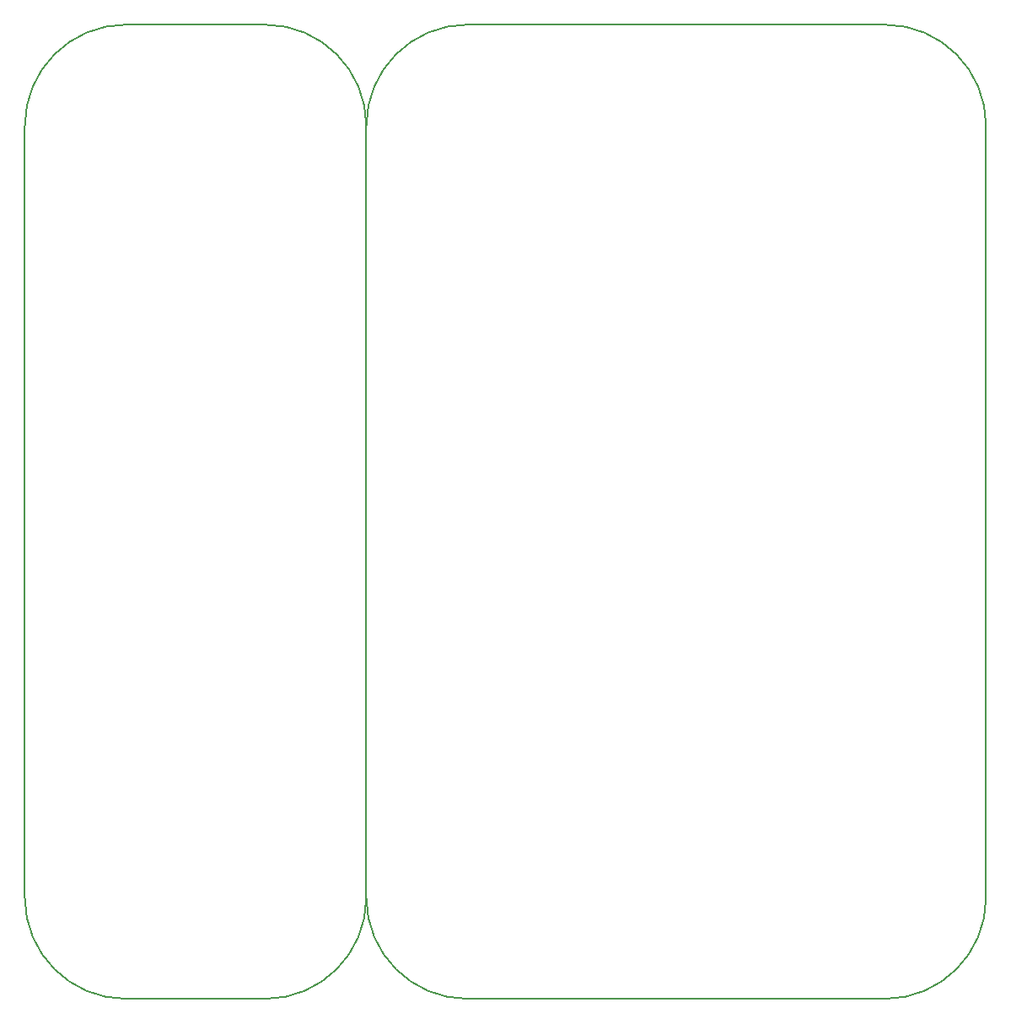
<source format=gbr>
G04 #@! TF.GenerationSoftware,KiCad,Pcbnew,5.0.1*
G04 #@! TF.CreationDate,2019-03-06T14:15:35+01:00*
G04 #@! TF.ProjectId,workshop,776F726B73686F702E6B696361645F70,rev?*
G04 #@! TF.SameCoordinates,Original*
G04 #@! TF.FileFunction,Profile,NP*
%FSLAX46Y46*%
G04 Gerber Fmt 4.6, Leading zero omitted, Abs format (unit mm)*
G04 Created by KiCad (PCBNEW 5.0.1) date Mi 06 Mär 2019 14:15:35 CET*
%MOMM*%
%LPD*%
G01*
G04 APERTURE LIST*
%ADD10C,0.200000*%
%ADD11C,0.150000*%
G04 APERTURE END LIST*
D10*
X170180000Y-166370000D02*
X170180000Y-88900000D01*
D11*
X170180000Y-88900000D02*
X170180000Y-166370000D01*
X160020000Y-78740000D02*
X146050000Y-78740000D01*
X160020000Y-78740000D02*
G75*
G02X170180000Y-88900000I0J-10160000D01*
G01*
X180340000Y-176530000D02*
X222250000Y-176530000D01*
X170180000Y-166370000D02*
G75*
G02X160020000Y-176530000I-10160000J0D01*
G01*
X180340000Y-176530000D02*
G75*
G02X170180000Y-166370000I0J10160000D01*
G01*
X170180000Y-88900000D02*
G75*
G02X180340000Y-78740000I10160000J0D01*
G01*
X232410000Y-166370000D02*
G75*
G02X222250000Y-176530000I-10160000J0D01*
G01*
X146050000Y-176530000D02*
G75*
G02X135890000Y-166370000I0J10160000D01*
G01*
X222250000Y-78740000D02*
G75*
G02X232410000Y-88900000I0J-10160000D01*
G01*
X135890000Y-88900000D02*
G75*
G02X146050000Y-78740000I10160000J0D01*
G01*
X135890000Y-166370000D02*
X135890000Y-88900000D01*
X160020000Y-176530000D02*
X146050000Y-176530000D01*
X232410000Y-88900000D02*
X232410000Y-166370000D01*
X180340000Y-78740000D02*
X222250000Y-78740000D01*
M02*

</source>
